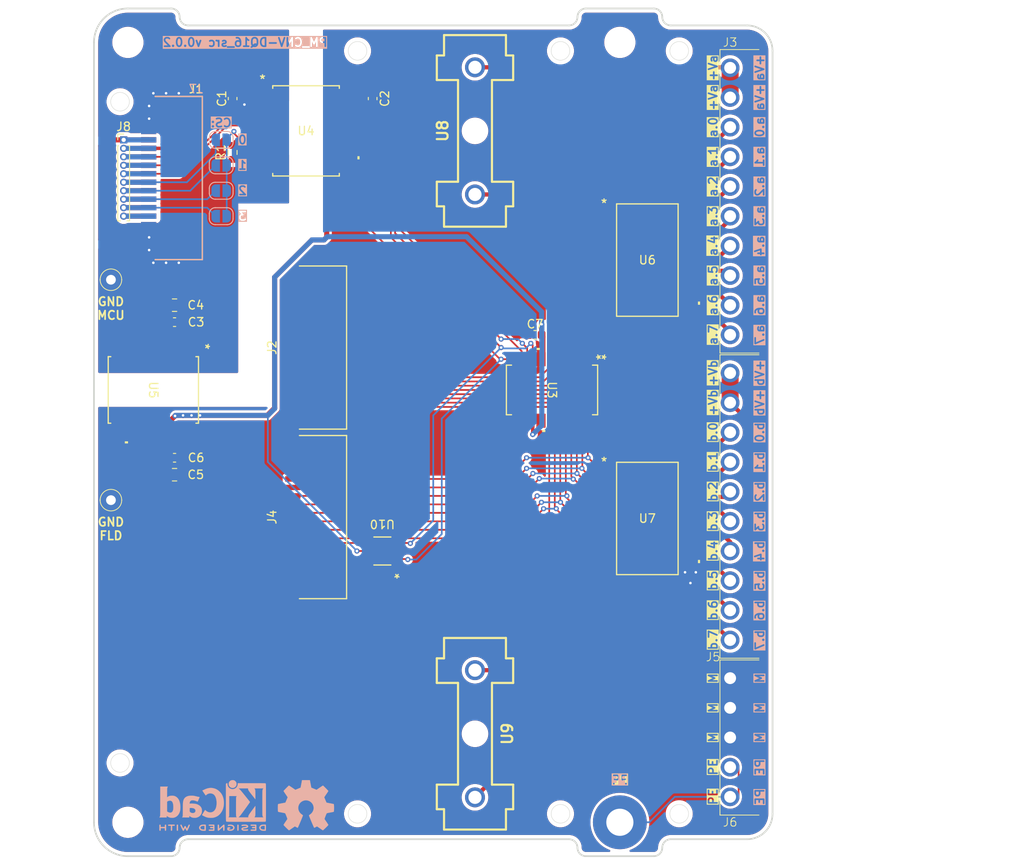
<source format=kicad_pcb>
(kicad_pcb (version 20241229) (generator "pcbnew") (generator_version "9.0")
  (title_block (title "${article} v${version}"))
  (layers (0 "F.Cu" signal) (2 "B.Cu" signal) (13 "F.Paste" user) (15 "B.Paste" user) (5 "F.SilkS" user "F.Silkscreen") (7 "B.SilkS" user "B.Silkscreen") (1 "F.Mask" user) (3 "B.Mask" user) (25 "Edge.Cuts" user))
  (property "article" "PM_CNV-DQ16_src")
  (property "version" "0.0.2")
  (net 0 "")
  (net 1 "/MOSI")
  (net 2 "/CS")
  (net 3 "/MISO")
  (net 4 "GND_MCU")
  (net 5 "/SCK")
  (net 6 "+3.3V_MCU")
  (net 7 "+5V_CNV")
  (net 8 "/CS3")
  (net 9 "/CS0")
  (net 10 "/CS1")
  (net 11 "/CS2")
  (net 14 "+5V_MCU")
  (net 15 "GND_CNV")
  (net 16 "/a.0_in")
  (net 17 "/b.0_in")
  (net 18 "/b.7_in")
  (net 19 "/b.5_in")
  (net 20 "/a.2_in")
  (net 21 "/b.6_in")
  (net 22 "/a.3_in")
  (net 23 "/a.5_in")
  (net 24 "/a.7_in")
  (net 25 "/b.2_in")
  (net 26 "/b.1_in")
  (net 27 "/b.4_in")
  (net 28 "/a.4_in")
  (net 29 "/a.6_in")
  (net 30 "/b.3_in")
  (net 31 "/a.1_in")
  (net 32 "/a.1_out")
  (net 33 "/a.3_out")
  (net 34 "/a.0_out")
  (net 35 "/a.7_out")
  (net 36 "/a.6_out")
  (net 37 "/a.4_out")
  (net 38 "/a.2_out")
  (net 39 "/a.5_out")
  (net 40 "/b.3_out")
  (net 41 "/b.5_out")
  (net 42 "/b.4_out")
  (net 43 "/b.2_out")
  (net 44 "/b.0_out")
  (net 45 "/b.1_out")
  (net 46 "/b.7_out")
  (net 47 "/b.6_out")
  (net 49 "/PE")
  (net 50 "+V_a")
  (net 51 "+V_b")
  (net 52 "Net-(U6-VCC)")
  (net 53 "Net-(U7-VCC)")
  (net 55 "/INT")
  (net 56 "/MISO_LED")
  (net 57 "/CS_LED")
  (net 58 "/MOSI_CNV")
  (net 59 "/MISO_CNV")
  (net 60 "/SCK_CNV")
  (net 61 "/CS_CNV")
  (footprint "kicad_inventree_lib:15EDGRC-3.5-05P" (layer "F.Cu") (at 100 143 90)
    (property "Reference" "J6")
    (property "Value" "15EDGRC-3.5-05P")
  )
  (footprint "kicad_inventree_lib:SOP18-P-375-1p27_TOS-M" (layer "F.Cu") (at 90.24 79.68)
    (property "Reference" "U6")
    (property "Value" "TBD62783AFG")
  )
  (footprint "kicad_inventree_lib:15EDGRC-3.5-10P" (layer "F.Cu") (at 100 124.5 90)
    (property "Reference" "J5")
    (property "Value" "15EDGRC-3.5-10P")
  )
  (footprint "Capacitor_SMD:C_0805_2012Metric" (layer "F.Cu") (at 34.5 105)
    (property "Reference" "C5")
    (property "Value" "10uF")
  )
  (footprint "kicad_inventree_lib:15EDGRC-3.5-10P" (layer "F.Cu") (at 100 88.5 90)
    (property "Reference" "J3")
    (property "Value" "15EDGRC-3.5-10P")
  )
  (footprint "NextPCB:Fuseholder" (layer "F.Cu") (at 69.92 64.44 90)
    (property "Reference" "U8")
    (property "Value" "64900001039" (hide yes))
  )
  (footprint "kicad_inventree_lib:CONN10_AFA07-S12_JUS" (layer "F.Cu") (at 35 70 90)
    (property "Reference" "J1")
    (property "Value" "AFA07-S12FCC-00")
  )
  (footprint "kicad_inventree_lib:PM-ESP32C3_v0.0.5" (layer "F.Cu") (at 25.073729 100)
    (property "Reference" "U1" (hide yes))
    (property "Value" "~" (hide yes))
    (fp_circle (center 3 -39) (end 4.1 -39) (stroke (width 0.05)) (fill no) (layer "Edge.Cuts"))
    (fp_circle (center 3 39) (end 4.1 39) (stroke (width 0.05)) (fill no) (layer "Edge.Cuts"))
    (fp_circle (center 31 -45) (end 32.1 -45) (stroke (width 0.05)) (fill no) (layer "Edge.Cuts"))
    (fp_circle (center 31 45) (end 32.1 45) (stroke (width 0.05)) (fill no) (layer "Edge.Cuts"))
  )
  (footprint "Capacitor_SMD:C_0603_1608Metric" (layer "F.Cu") (at 77 88.5 180)
    (property "Reference" "C7")
    (property "Value" "100nF")
  )
  (footprint "kicad_inventree_lib:DBV6-M" (layer "F.Cu") (at 59 114 180)
    (property "Reference" "U10")
    (property "Value" "SN74LVC2G14DBVR")
  )
  (footprint "Capacitor_SMD:C_0603_1608Metric" (layer "F.Cu") (at 41.345 60.63 -90)
    (property "Reference" "C1")
    (property "Value" "100nF")
  )
  (footprint "MountingHole:MountingHole_3.2mm_M3" (layer "F.Cu") (at 29 146)
    (property "Reference" "H3" (hide yes))
    (property "Value" "MountingHole")
  )
  (footprint "NextPCB:Fuseholder" (layer "F.Cu") (at 69.92 135.56 -90)
    (property "Reference" "U9")
    (property "Value" "64900001039" (hide yes))
  )
  (footprint "kicad_inventree_lib:CONN10_AFA07-S12_JUS" (layer "F.Cu") (at 52 110 90)
    (property "Reference" "J4")
    (property "Value" "AFA07-S12FCC-00")
  )
  (footprint "kicad_inventree_lib:PM_LED-xx-v0.0.1" (layer "F.Cu") (at 90 100)
    (property "Reference" "SP1" (hide yes))
    (property "Value" "~")
    (fp_circle (center -10 -45) (end -8.9 -45) (stroke (width 0.05)) (fill no) (layer "Edge.Cuts"))
    (fp_circle (center -10 45) (end -8.9 45) (stroke (width 0.05)) (fill no) (layer "Edge.Cuts"))
    (fp_circle (center 4 -45) (end 5.1 -45) (stroke (width 0.05)) (fill no) (layer "Edge.Cuts"))
    (fp_circle (center 4 45) (end 5.1 45) (stroke (width 0.05)) (fill no) (layer "Edge.Cuts"))
  )
  (footprint "kicad_inventree_lib:SOP18-P-375-1p27_TOS-M" (layer "F.Cu") (at 90.24 110.16)
    (property "Reference" "U7")
    (property "Value" "TBD62783AFG")
  )
  (footprint "kicad_inventree_lib:5117" (layer "F.Cu") (at 27 82)
    (property "Reference" "U11" (hide yes))
    (property "Value" "5117" (hide yes))
  )
  (footprint "Capacitor_SMD:C_0603_1608Metric" (layer "F.Cu") (at 34.5 87)
    (property "Reference" "C3")
    (property "Value" "100nF")
  )
  (footprint "MountingHole:MountingHole_3.2mm_M3" (layer "F.Cu") (at 29 54)
    (property "Reference" "H2" (hide yes))
    (property "Value" "MountingHole")
  )
  (footprint "kicad_inventree_lib:SSOP28_MC_MCH" (layer "F.Cu") (at 79 95 -90)
    (property "Reference" "U3")
    (property "Value" "MCP23017_SS")
  )
  (footprint "MountingHole:MountingHole_3.2mm_M3" (layer "F.Cu") (at 87 54)
    (property "Reference" "H1" (hide yes))
    (property "Value" "MountingHole")
  )
  (footprint "Capacitor_SMD:C_0805_2012Metric" (layer "F.Cu") (at 34.5 85)
    (property "Reference" "C4")
    (property "Value" "10uF")
  )
  (footprint "kicad_inventree_lib:SOIC16-WBW_CLG-M" (layer "F.Cu") (at 50 64.44)
    (property "Reference" "U4")
    (property "Value" "CA-IS3741HW")
  )
  (footprint "kicad_inventree_lib:CONN10_AFA07-S12_JUS" (layer "F.Cu") (at 52 90 90)
    (property "Reference" "J2")
    (property "Value" "AFA07-S12FCC-00")
  )
  (footprint "Capacitor_SMD:C_0603_1608Metric" (layer "F.Cu") (at 34.5 103)
    (property "Reference" "C6")
    (property "Value" "100nF")
  )
  (footprint "Resistor_SMD:R_0603_1608Metric" (layer "F.Cu") (at 41.345 66.98 90)
    (property "Reference" "R1")
    (property "Value" "10k")
  )
  (footprint "kicad_inventree_lib:SOIC16-WBW_CLG-M" (layer "F.Cu") (at 32 95 -90)
    (property "Reference" "U5")
    (property "Value" "CA-IS3105W")
  )
  (footprint "Connector_PinHeader_1.00mm:PinHeader_1x10_P1.00mm_Vertical" (layer "F.Cu") (at 28.5 65.5)
    (property "Reference" "J8")
    (property "Value" "PinHeader_01x10_P1.00_THT_straight")
  )
  (footprint "Capacitor_SMD:C_0603_1608Metric" (layer "F.Cu") (at 57.855 60.63 -90)
    (property "Reference" "C2")
    (property "Value" "100nF")
  )
  (footprint "kicad_inventree_lib:PE" (layer "F.Cu") (at 87 146)
    (property "Reference" "PE1" (hide yes))
    (property "Value" "PE")
  )
  (footprint "kicad_inventree_lib:5117" (layer "F.Cu") (at 27 108)
    (property "Reference" "U2" (hide yes))
    (property "Value" "5117" (hide yes))
  )
  (footprint "Jumper:SolderJumper-2_P1.3mm_Open_RoundedPad1.0x1.5mm" (layer "B.Cu") (at 40 68.5)
    (property "Reference" "JP2" (hide yes))
    (property "Value" "SolderJumper_2_Open")
  )
  (footprint "Jumper:SolderJumper-2_P1.3mm_Open_RoundedPad1.0x1.5mm" (layer "B.Cu") (at 40 74.5)
    (property "Reference" "JP4" (hide yes))
    (property "Value" "SolderJumper_2_Open")
  )
  (footprint "Jumper:SolderJumper-2_P1.3mm_Open_RoundedPad1.0x1.5mm" (layer "B.Cu") (at 40 65.5)
    (property "Reference" "JP1" (hide yes))
    (property "Value" "SolderJumper_2_Open")
  )
  (footprint "Jumper:SolderJumper-2_P1.3mm_Open_RoundedPad1.0x1.5mm" (layer "B.Cu") (at 40 71.5)
    (property "Reference" "JP3" (hide yes))
    (property "Value" "SolderJumper_2_Open")
  )
  (footprint "kicad_inventree_lib:CONN10_AFA07-S12_JUS" (layer "B.Cu") (at 35 70 -90)
    (property "Reference" "J7")
    (property "Value" "AFA07-S12FCC-00")
  )
  (footprint "Symbol:KiCad-Logo2_5mm_SilkScreen" (layer "B.Cu") (at 39 144 180)
    (property "Reference" "kicad_logo" (hide yes))
    (property "Value" "KiCad-Logo2_5mm_SilkScreen" (hide yes))
  )
  (footprint "Symbol:OSHW-Symbol_6.7x6mm_SilkScreen" (layer "B.Cu") (at 50 144 180)
    (property "Reference" "oshw_logo" (hide yes))
    (property "Value" "OSHW-Symbol_6.7x6mm_SilkScreen" (hide yes))
  )
  (gr_arc (start 92 149) (mid 92.292893 148.292893) (end 93 148) (stroke (width 0.2)) (layer "Edge.Cuts"))
  (gr_arc (start 91 50) (mid 91.707107 50.292893) (end 92 51) (stroke (width 0.2)) (layer "Edge.Cuts"))
  (gr_arc (start 25 54) (mid 26.171573 51.171573) (end 29 50) (stroke (width 0.2)) (layer "Edge.Cuts"))
  (gr_line (start 91 50) (end 83 50) (stroke (width 0.2)) (layer "Edge.Cuts"))
  (gr_arc (start 105 145) (mid 104.12132 147.12132) (end 102 148) (stroke (width 0.2)) (layer "Edge.Cuts"))
  (gr_arc (start 92 149) (mid 91.707107 149.707107) (end 91 150) (stroke (width 0.2)) (layer "Edge.Cuts"))
  (gr_arc (start 29 150) (mid 26.171573 148.828427) (end 25 146) (stroke (width 0.2)) (layer "Edge.Cuts"))
  (gr_line (start 93 148) (end 102 148) (stroke (width 0.2)) (layer "Edge.Cuts"))
  (gr_arc (start 83 150) (mid 82.292893 149.707107) (end 82 149) (stroke (width 0.2)) (layer "Edge.Cuts"))
  (gr_arc (start 102 52) (mid 104.12132 52.87868) (end 105 55) (stroke (width 0.2)) (layer "Edge.Cuts"))
  (gr_line (start 36.1 52) (end 81 52) (stroke (width 0.2)) (layer "Edge.Cuts"))
  (gr_line (start 29 50) (end 34.1 50) (stroke (width 0.2)) (layer "Edge.Cuts"))
  (gr_line (start 29 150) (end 34.1 150) (stroke (width 0.2)) (layer "Edge.Cuts"))
  (gr_line (start 105 55) (end 105 145) (stroke (width 0.2)) (layer "Edge.Cuts"))
  (gr_arc (start 82 51) (mid 82.292893 50.292893) (end 83 50) (stroke (width 0.2)) (layer "Edge.Cuts"))
  (gr_arc (start 93 52) (mid 92.292893 51.707107) (end 92 51) (stroke (width 0.2)) (layer "Edge.Cuts"))
  (gr_arc (start 82 51) (mid 81.707107 51.707107) (end 81 52) (stroke (width 0.2)) (layer "Edge.Cuts"))
  (gr_arc (start 36.1 52) (mid 35.392893 51.707107) (end 35.1 51) (stroke (width 0.2)) (layer "Edge.Cuts"))
  (gr_line (start 102 52) (end 93 52) (stroke (width 0.2)) (layer "Edge.Cuts"))
  (gr_arc (start 34.1 50) (mid 34.807107 50.292893) (end 35.1 51) (stroke (width 0.2)) (layer "Edge.Cuts"))
  (gr_arc (start 35.1 149) (mid 34.807107 149.707107) (end 34.1 150) (stroke (width 0.2)) (layer "Edge.Cuts"))
  (gr_line (start 25 54) (end 25 146) (stroke (width 0.2)) (layer "Edge.Cuts"))
  (gr_line (start 81 148) (end 36.1 148) (stroke (width 0.2)) (layer "Edge.Cuts"))
  (gr_line (start 83 150) (end 91 150) (stroke (width 0.2)) (layer "Edge.Cuts"))
  (gr_arc (start 35.1 149) (mid 35.392893 148.292893) (end 36.1 148) (stroke (width 0.2)) (layer "Edge.Cuts"))
  (gr_arc (start 81 148) (mid 81.707107 148.292893) (end 82 149) (stroke (width 0.2)) (layer "Edge.Cuts"))
  (gr_text "+Va" (at 98 60.5 90) (layer "F.SilkS" knockout) (effects (font (size 1 1) (thickness 0.2) (bold yes))))
  (gr_text "+Vb" (at 98 93 90) (layer "F.SilkS" knockout) (effects (font (size 1 1) (thickness 0.2) (bold yes))))
  (gr_text "a.6" (at 98 85 90) (layer "F.SilkS" knockout) (effects (font (size 1 1) (thickness 0.2) (bold yes))))
  (gr_text "a.3" (at 98 74.5 90) (layer "F.SilkS" knockout) (effects (font (size 1 1) (thickness 0.2) (bold yes))))
  (gr_text "a.4" (at 98 78 90) (layer "F.SilkS" knockout) (effects (font (size 1 1) (thickness 0.2) (bold yes))))
  (gr_text "+Va" (at 98 57 90) (layer "F.SilkS" knockout) (effects (font (size 1 1) (thickness 0.2) (bold yes))))
  (gr_text "PE" (at 98 143 90) (layer "F.SilkS" knockout) (effects (font (size 1 1) (thickness 0.2) (bold yes))))
  (gr_text "M" (at 98 129 90) (layer "F.SilkS" knockout) (effects (font (size 1 1) (thickness 0.2) (bold yes))))
  (gr_text "M" (at 98 132.5 90) (layer "F.SilkS" knockout) (effects (font (size 1 1) (thickness 0.2) (bold yes))))
  (gr_text "a.7" (at 98 88.5 90) (layer "F.SilkS" knockout) (effects (font (size 1 1) (thickness 0.2) (bold yes))))
  (gr_text "b.7" (at 98 124.5 90) (layer "F.SilkS" knockout) (effects (font (size 1 1) (thickness 0.2) (bold yes))))
  (gr_text "b.3" (at 98 110.5 90) (layer "F.SilkS" knockout) (effects (font (size 1 1) (thickness 0.2) (bold yes))))
  (gr_text "PE" (at 98 139.5 90) (layer "F.SilkS" knockout) (effects (font (size 1 1) (thickness 0.2) (bold yes))))
  (gr_text "b.4" (at 98 114 90) (layer "F.SilkS" knockout) (effects (font (size 1 1) (thickness 0.2) (bold yes))))
  (gr_text "a.0" (at 98 64 90) (layer "F.SilkS" knockout) (effects (font (size 1 1) (thickness 0.2) (bold yes))))
  (gr_text "PE" (at 87 141 0) (layer "F.SilkS" knockout) (effects (font (size 1 1) (thickness 0.2) (bold yes))))
  (gr_text "a.1" (at 98 67.5 90) (layer "F.SilkS" knockout) (effects (font (size 1 1) (thickness 0.2) (bold yes))))
  (gr_text "a.2" (at 98 71 90) (layer "F.SilkS" knockout) (effects (font (size 1 1) (thickness 0.2) (bold yes))))
  (gr_text "b.2" (at 98 107 90) (layer "F.SilkS" knockout) (effects (font (size 1 1) (thickness 0.2) (bold yes))))
  (gr_text "a.5" (at 98 81.5 90) (layer "F.SilkS" knockout) (effects (font (size 1 1) (thickness 0.2) (bold yes))))
  (gr_text "b.5" (at 98 117.5 90) (layer "F.SilkS" knockout) (effects (font (size 1 1) (thickness 0.2) (bold yes))))
  (gr_text "M" (at 98 136 90) (layer "F.SilkS" knockout) (effects (font (size 1 1) (thickness 0.2) (bold yes))))
  (gr_text "+Vb" (at 98 96.5 90) (layer "F.SilkS" knockout) (effects (font (size 1 1) (thickness 0.2) (bold yes))))
  (gr_text "GND\nMCU" (at 27 84 0) (layer "F.SilkS") (effects (font (size 1 1) (thickness 0.2)) (justify top)))
  (gr_text "b.0" (at 98 100 90) (layer "F.SilkS" knockout) (effects (font (size 1 1) (thickness 0.2) (bold yes))))
  (gr_text "GND\nFLD" (at 27 110 0) (layer "F.SilkS") (effects (font (size 1 1) (thickness 0.2)) (justify top)))
  (gr_text "b.1" (at 98 103.5 90) (layer "F.SilkS" knockout) (effects (font (size 1 1) (thickness 0.2) (bold yes))))
  (gr_text "b.6" (at 98 121 90) (layer "F.SilkS" knockout) (effects (font (size 1 1) (thickness 0.2) (bold yes))))
  (gr_text "+Va" (at 103.5 60.5 90) (layer "B.SilkS" knockout) (effects (font (size 1 1) (thickness 0.2) (bold yes)) (justify mirror)))
  (gr_text "a.6" (at 103.5 85 90) (layer "B.SilkS" knockout) (effects (font (size 1 1) (thickness 0.2) (bold yes)) (justify mirror)))
  (gr_text "a.4" (at 103.5 78 90) (layer "B.SilkS" knockout) (effects (font (size 1 1) (thickness 0.2) (bold yes)) (justify mirror)))
  (gr_text "2" (at 42.5 71.5 0) (layer "B.SilkS" knockout) (effects (font (size 1 1) (thickness 0.2) (bold yes)) (justify mirror)))
  (gr_text "a.0" (at 103.5 64 90) (layer "B.SilkS" knockout) (effects (font (size 1 1) (thickness 0.2) (bold yes)) (justify mirror)))
  (gr_text "b.1" (at 103.5 103.5 90) (layer "B.SilkS" knockout) (effects (font (size 1 1) (thickness 0.2) (bold yes)) (justify mirror)))
  (gr_text "+Va" (at 103.5 57 90) (layer "B.SilkS" knockout) (effects (font (size 1 1) (thickness 0.2) (bold yes)) (justify mirror)))
  (gr_text "M" (at 103.5 129 90) (layer "B.SilkS" knockout) (effects (font (size 1 1) (thickness 0.2) (bold yes)) (justify mirror)))
  (gr_text "M" (at 103.5 136 90) (layer "B.SilkS" knockout) (effects (font (size 1 1) (thickness 0.2) (bold yes)) (justify mirror)))
  (gr_text "CS:" (at 40 63.5 0) (layer "B.SilkS" knockout) (effects (font (size 1 1) (thickness 0.2) (bold yes)) (justify mirror)))
  (gr_text "3" (at 42.5 74.5 0) (layer "B.SilkS" knockout) (effects (font (size 1 1) (thickness 0.2) (bold yes)) (justify mirror)))
  (gr_text "+Vb" (at 103.5 93 90) (layer "B.SilkS" knockout) (effects (font (size 1 1) (thickness 0.2) (bold yes)) (justify mirror)))
  (gr_text "b.5" (at 103.5 117.5 90) (layer "B.SilkS" knockout) (effects (font (size 1 1) (thickness 0.2) (bold yes)) (justify mirror)))
  (gr_text "a.3" (at 103.5 74.5 90) (layer "B.SilkS" knockout) (effects (font (size 1 1) (thickness 0.2) (bold yes)) (justify mirror)))
  (gr_text "b.3" (at 103.5 110.5 90) (layer "B.SilkS" knockout) (effects (font (size 1 1) (thickness 0.2) (bold yes)) (justify mirror)))
  (gr_text "+Vb" (at 103.5 96.5 90) (layer "B.SilkS" knockout) (effects (font (size 1 1) (thickness 0.2) (bold yes)) (justify mirror)))
  (gr_text "b.6" (at 103.5 121 90) (layer "B.SilkS" knockout) (effects (font (size 1 1) (thickness 0.2) (bold yes)) (justify mirror)))
  (gr_text "a.1" (at 103.5 67.5 90) (layer "B.SilkS" knockout) (effects (font (size 1 1) (thickness 0.2) (bold yes)) (justify mirror)))
  (gr_text "b.2" (at 103.5 107 90) (layer "B.SilkS" knockout) (effects (font (size 1 1) (thickness 0.2) (bold yes)) (justify mirror)))
  (gr_text "M" (at 103.5 132.5 90) (layer "B.SilkS" knockout) (effects (font (size 1 1) (thickness 0.2) (bold yes)) (justify mirror)))
  (gr_text "PE" (at 103.5 139.5 90) (layer "B.SilkS" knockout) (effects (font (size 1 1) (thickness 0.2) (bold yes)) (justify mirror)))
  (gr_text "b.7" (at 103.5 124.5 90) (layer "B.SilkS" knockout) (effects (font (size 1 1) (thickness 0.2) (bold yes)) (justify mirror)))
  (gr_text "${article} v${version}" (at 33 54 0) (layer "B.SilkS" knockout) (effects (font (size 1 1) (thickness 0.2) (bold yes)) (justify right mirror)))
  (gr_text "a.2" (at 103.5 71 90) (layer "B.SilkS" knockout) (effects (font (size 1 1) (thickness 0.2) (bold yes)) (justify mirror)))
  (gr_text "a.7" (at 103.5 88.5 90) (layer "B.SilkS" knockout) (effects (font (size 1 1) (thickness 0.2) (bold yes)) (justify mirror)))
  (gr_text "0" (at 42.5 65.5 0) (layer "B.SilkS" knockout) (effects (font (size 1 1) (thickness 0.2) (bold yes)) (justify mirror)))
  (gr_text "1" (at 42.5 68.5 0) (layer "B.SilkS" knockout) (effects (font (size 1 1) (thickness 0.2) (bold yes)) (justify mirror)))
  (gr_text "PE" (at 103.5 143 90) (layer "B.SilkS" knockout) (effects (font (size 1 1) (thickness 0.2) (bold yes)) (justify mirror)))
  (gr_text "b.4" (at 103.5 114 90) (layer "B.SilkS" knockout) (effects (font (size 1 1) (thickness 0.2) (bold yes)) (justify mirror)))
  (gr_text "PE" (at 87 141 -0) (layer "B.SilkS" knockout) (effects (font (size 1 1) (thickness 0.2) (bold yes)) (justify mirror)))
  (gr_text "b.0" (at 103.5 100 90) (layer "B.SilkS" knockout) (effects (font (size 1 1) (thickness 0.2) (bold yes)) (justify mirror)))
  (gr_text "a.5" (at 103.5 81.5 90) (layer "B.SilkS" knockout) (effects (font (size 1 1) (thickness 0.2) (bold yes)) (justify mirror)))
  (segment (start 44.7232 62.535) (end 39.9492 62.535) (width 0.2) (layer "F.Cu") (net 1))
  (segment (start 30.9109 67.5) (end 32.444 67.5) (width 0.2) (layer "F.Cu") (net 1))
  (segment (start 34.9842 67.5) (end 32.444 67.5) (width 0.2) (layer "F.Cu") (net 1))
  (segment (start 28.500002 67.500002) (end 28.5 67.5) (width 0.6) (layer "F.Cu") (net 1))
  (segment (start 31.444 67.500002) (end 28.500002 67.500002) (width 0.6) (layer "F.Cu") (net 1))
  (segment (start 39.9492 62.535) (end 34.9842 67.5) (width 0.2) (layer "F.Cu") (net 1))
  (segment (start 31.443998 67.5) (end 31.444 67.500002) (width 0.6) (layer "B.Cu") (net 1))
  (segment (start 28.5 67.5) (end 31.443998 67.5) (width 0.6) (layer "B.Cu") (net 1))
  (segment (start 41.5 64.5) (end 41.5 64.7297) (width 0.2) (layer "F.Cu") (net 2))
  (segment (start 41.5 64.7297) (end 42 65.2297) (width 0.2) (layer "F.Cu") (net 2))
  (segment (start 42 65.2297) (end 41.345 65.8847) (width 0.2) (layer "F.Cu") (net 2))
  (segment (start 43.3397 65.2297) (end 43.4944 65.075) (width 0.2) (layer "F.Cu") (net 2))
  (segment (start 44.7232 65.075) (end 43.4944 65.075) (width 0.2) (layer "F.Cu") (net 2))
  (segment (start 41.345 65.8847) (end 41.345 66.155) (width 0.2) (layer "F.Cu") (net 2))
  (segment (start 42 65.2297) (end 43.3397 65.2297) (width 0.2) (layer "F.Cu") (net 2))
  (via (at 41.5 64.5) (size 0.6) (drill 0.3) (layers "F.Cu" "B.Cu") (net 2))
  (segment (start 40.65 65.35) (end 41.5 64.5) (width 0.2) (layer "B.Cu") (net 2))
  (segment (start 40.65 74.5) (end 40.65 71.5) (width 0.2) (layer "B.Cu") (net 2))
  (segment (start 40.65 68.5) (end 40.65 71.5) (width 0.2) (layer "B.Cu") (net 2))
  (segment (start 40.65 65.5) (end 40.65 68.5) (width 0.2) (layer "B.Cu") (net 2))
  (segment (start 40.65 71.85) (end 40.54 71.96) (width 0.2) (layer "B.Cu") (net 2))
  (segment (start 40.54 71.96) (end 40.65 71.96) (width 0.2) (layer "B.Cu") (net 2))
  (segment (start 40.65 71.5) (end 40.65 71.85) (width 0.2) (layer "B.Cu") (net 2))
  (segment (start 40.65 65.5) (end 40.65 65.35) (width 0.2) (layer "B.Cu") (net 2))
  (segment (start 46.5 65.4666) (end 45.6216 66.345) (width 0.2) (layer "F.Cu") (net 3))
  (segment (start 45.6216 66.345) (end 45.1232 66.345) (width 0.2) (layer "F.Cu") (net 3))
  (segment (start 46.0763 63.0763) (end 46.5 63.5) (width 0.2) (layer "F.Cu") (net 3))
  (segment (start 40.845514 63.0763) (end 46.0763 63.0763) (width 0.2) (layer "F.Cu") (net 3))
  (segment (start 31.444 68.5) (end 35.421814 68.5) (width 0.2) (layer "F.Cu") (net 3))
  (segment (start 35.421814 68.5) (end 40.845514 63.0763) (width 0.2) (layer "F.Cu") (net 3))
  (segment (start 46.5 63.5) (end 46.5 65.4666) (width 0.2) (layer "F.Cu") (net 3))
  (segment (start 28.5 68.5) (end 31.444 68.5) (width 0.6) (layer "F.Cu") (net 3))
  (segment (start 31.444 68.5) (end 28.5 68.5) (width 0.6) (layer "B.Cu") (net 3))
  (via (at 33.5 60) (size 0.6) (drill 0.3) (layers "F.Cu" "B.Cu") (net 4))
  (via (at 32 80) (size 0.6) (drill 0.3) (layers "F.Cu" "B.Cu") (net 4))
  (via (at 35 80) (size 0.6) (drill 0.3) (layers "F.Cu" "B.Cu") (net 4))
  (via (at 33.5 80) (size 0.6) (drill 0.3) (layers "F.Cu" "B.Cu") (net 4))
  (via (at 42.735736 61.335709) (size 0.6) (drill 0.3) (layers "F.Cu" "B.Cu") (net 4))
  (via (at 32 60) (size 0.6) (drill 0.3) (layers "F.Cu" "B.Cu") (net 4))
  (via (at 31.5 77) (size 0.6) (drill 0.3) (layers "F.Cu" "B.Cu") (net 4))
  (via (at 31.5 61.5) (size 0.6) (drill 0.3) (layers "F.Cu" "B.Cu") (net 4))
  (via (at 35 60) (size 0.6) (drill 0.3) (layers "F.Cu" "B.Cu") (net 4))
  (via (at 31.5 78.5) (size 0.6) (drill 0.3) (layers "F.Cu" "B.Cu") (net 4))
  (via (at 31.5 63) (size 0.6) (drill 0.3) (layers "F.Cu" "B.Cu") (net 4))
  (segment (start 34.9875 69.5) (end 32.444 69.5) (width 0.2) (layer "F.Cu") (net 5))
  (segment (start 40.6825 63.805) (end 35.3705 69.117) (width 0.2) (layer "F.Cu") (net 5))
  (segment (start 44.7232 63.805) (end 40.6825 63.805) (width 0.2) (layer "F.Cu") (net 5))
  (segment (start 35.3705 69.117) (end 34.9875 69.5) (width 0.2) (layer "F.Cu") (net 5))
  (segment (start 31.444 69.5) (end 28.5 69.5) (width 0.6) (layer "F.Cu") (net 5))
  (segment (start 28.5 69.5) (end 31.444 69.5) (width 0.6) (layer "B.Cu") (net 5))
  (segment (start 31.444 66.500004) (end 34.699996 66.500004) (width 0.4) (layer "F.Cu") (net 6))
  (segment (start 41.345 59.855) (end 44.9832 59.855) (width 0.4) (layer "F.Cu") (net 6))
  (segment (start 45.809 59.995) (end 47.5 61.686) (width 0.4) (layer "F.Cu") (net 6))
  (segment (start 34.699996 66.500004) (end 41.345 59.855) (width 0.4) (layer "F.Cu") (net 6))
  (segment (start 44.9832 59.855) (end 45.1232 59.995) (width 0.4) (layer "F.Cu") (net 6))
  (segment (start 31.2406 66.5) (end 31.2406 66.3116) (width 0.2) (layer "F.Cu") (net 6))
  (segment (start 31.8423 66.5) (end 31.2406 66.5) (width 0.2) (layer "F.Cu") (net 6))
  (segment (start 41.485 59.995) (end 41.345 59.855) (width 0.2) (layer "F.Cu") (net 6))
  (segment (start 47.5 61.686) (end 47.5 66.5) (width 0.4) (layer "F.Cu") (net 6))
  (segment (start 28.500004 66.500004) (end 28.5 66.5) (width 0.6) (layer "F.Cu") (net 6))
  (segment (start 46.385 67.615) (end 45.1232 67.615) (width 0.4) (layer "F.Cu") (net 6))
  (segment (start 41.535 67.615) (end 41.345 67.805) (width 0.4) (layer "F.Cu") (net 6))
  (segment (start 47.5 66.5) (end 46.385 67.615) (width 0.4) (layer "F.Cu") (net 6))
  (segment (start 45.1232 59.995) (end 45.809 59.995) (width 0.4) (layer "F.Cu") (net 6))
  (segment (start 45.1232 67.615) (end 41.535 67.615) (width 0.4) (layer "F.Cu") (net 6))
  (segment (start 31.444 66.500004) (end 28.500004 66.500004) (width 0.6) (layer "F.Cu") (net 6))
  (segment (start 44.7232 59.995) (end 45.395 59.995) (width 0.2) (layer "F.Cu") (net 6))
  (segment (start 31.444 66.500004) (end 28.500004 66.500004) (width 0.6) (layer "B.Cu") (net 6))
  (segment (start 28.500004 66.500004) (end 28.5 66.5) (width 0.6) (layer "B.Cu") (net 6))
  (segment (start 33.905 99.8768) (end 33.905 102.82) (width 0.6) (layer "F.Cu") (net 7))
  (segment (start 33.725 103) (end 33.725 104.825) (width 0.6) (layer "F.Cu") (net 7))
  (segment (start 57.53315 114) (end 56 114) (width 0.2) (layer "F.Cu") (net 7))
  (segment (start 52.44 76.984264) (end 52.44 67.5) (width 0.6) (layer "F.Cu") (net 7))
  (segment (start 78.025001 88.750001) (end 77.775 88.5) (width 0.4) (layer "F.Cu") (net 7))
  (segment (start 52.44 61.1334) (end 53.5784 59.995) (width 0.6) (layer "F.Cu") (net 7))
  (segment (start 32.455 99.7968) (end 33.725 99.7968) (width 0.6) (layer "F.Cu") (net 7))
  (segment (start 37.5 98) (end 45.424264 98) (width 0.6) (layer "F.Cu") (net 7))
  (segment (start 52.44 67.5) (end 52.44 61.1334) (width 0.6) (layer "F.Cu") (net 7))
  (segment (start 33.725 99.7968) (end 33.725 98.8984) (width 0.6) (layer "F.Cu") (net 7))
  (segment (start 54.4768 67.615) (end 52.555 67.615) (width 0.6) (layer "F.Cu") (net 7))
  (segment (start 45.424264 98) (end 46.3 97.124264) (width 0.6) (layer "F.Cu") (net 7))
  (segment (start 33.905 102.82) (end 33.725 103) (width 0.6) (layer "F.Cu") (net 7))
  (segment (start 77.775 87.25) (end 77.775 88.5) (width 0.6) (layer "F.Cu") (net 7))
  (segment (start 33.725 98.8984) (end 34.5617 98.0617) (width 0.6) (layer "F.Cu") (net 7))
  (segment (start 52.124264 77.3) (end 52.44 76.984264) (width 0.6) (layer "F.Cu") (net 7))
  (segment (start 54.8768 59.995) (end 57.715 59.995) (width 0.6) (layer "F.Cu") (net 7))
  (segment (start 57.715 59.995) (end 57.855 59.855) (width 0.6) (layer "F.Cu") (net 7))
  (segment (start 33.725 103.035) (end 33.585 103.175) (width 0.6) (layer "F.Cu") (net 7))
  (segment (start 53.5784 59.995) (end 54.8768 59.995) (width 0.6) (layer "F.Cu") (net 7))
  (segment (start 35.5 98) (end 36.5 98) (width 0.6) (layer "F.Cu") (net 7))
  (segment (start 76.725001 100.25) (end 76.725001 98.627801) (width 0.4) (layer "F.Cu") (net 7))
  (segment (start 50.7 77.3) (end 52.124264 77.3) (width 0.6) (layer "F.Cu") (net 7))
  (segment (start 46.3 81.7) (end 50.7 77.3) (width 0.6) (layer "F.Cu") (net 7))
  (segment (start 34.6234 98) (end 35.5 98) (width 0.6) (layer "F.Cu") (net 7))
  (segment (start 36.5 98) (end 37.5 98) (width 0.6) (layer "F.Cu") (net 7))
  (segment (start 33.725 104.825) (end 33.55 105) (width 0.6) (layer "F.Cu") (net 7))
  (segment (start 34.5617 98.0617) (end 34.6234 98) (width 0.6) (layer "F.Cu") (net 7))
  (segment (start 52.555 67.615) (end 52.44 67.5) (width 0.6) (layer "F.Cu") (net 7))
  (segment (start 46.3 97.124264) (end 46.3 81.7) (width 0.6) (layer "F.Cu") (net 7))
  (segment (start 78.025001 91.372199) (end 78.025001 88.750001) (width 0.4) (layer "F.Cu") (net 7))
  (via (at 77.775 87.25) (size 0.6) (drill 0.3) (layers "F.Cu" "B.Cu") (net 7))
  (via (at 35.5 98) (size 0.6) (drill 0.3) (layers "F.Cu" "B.Cu") (net 7))
  (via (at 36.5 98) (size 0.6) (drill 0.3) (layers "F.Cu" "B.Cu") (net 7))
  (via (at 34.5617 98.0617) (size 0.6) (drill 0.3) (layers "F.Cu" "B.Cu") (net 7))
  (via (at 76.725001 100.25) (size 0.6) (drill 0.3) (layers "F.Cu" "B.Cu") (net 7))
  (via (at 56 114) (size 0.6) (drill 0.3) (layers "F.Cu" "B.Cu") (net 7))
  (via (at 37.5 98) (size 0.6) (drill 0.3) (layers "F.Cu" "B.Cu") (net 7))
  (segment (start 52.124264 77.3) (end 52.5 76.924264) (width 0.6) (layer "B.Cu") (net 7))
  (segment (start 46.3 81.7) (end 50.7 77.3) (width 0.6) (layer "B.Cu") (net 7))
  (segment (start 77.775 87.25) (end 77.775 85.775) (width 0.6) (layer "B.Cu") (net 7))
  (segment (start 45.5 103.5) (end 45.5 98) (width 0.2) (layer "B.Cu") (net 7))
  (segment (start 34.6234 98) (end 45.5 98) (width 0.6) (layer "B.Cu") (net 7))
  (segment (start 77.8 87.275) (end 77.775 87.25) (width 0.6) (layer "B.Cu") (net 7))
  (segment (start 68.924264 76.924264) (end 52.5 76.924264) (width 0.6) (layer "B.Cu") (net 7))
  (segment (start 76.725001 100.25) (end 77.8 99.175001) (width 0.6) (layer "B.Cu") (net 7))
  (segment (start 77.775 85.775) (end 68.924264 76.924264) (width 0.6) (layer "B.Cu") (net 7))
  (segment (start 45.5 98) (end 46.3 97.2) (width 0.6) (layer "B.Cu") (net 7))
  (segment (start 50.7 77.3) (end 52.124264 77.3) (width 0.6) (layer "B.Cu") (net 7))
  (segment (start 77.8 99.175001) (end 77.8 87.275) (width 0.6) (layer "B.Cu") (net 7))
  (segment (start 34.5617 98.0617) (end 34.6234 98) (width 0.6) (layer "B.Cu") (net 7))
  (segment (start 56 114) (end 45.5 103.5) (width 0.2) (layer "B.Cu") (net 7))
  (segment (start 46.3 97.2) (end 46.3 81.7) (width 0.6) (layer "B.Cu") (net 7))
  (segment (start 31.443996 73.5) (end 31.444 73.499996) (width 0.6) (layer "F.Cu") (net 8))
  (segment (start 28.5 73.5) (end 31.443996 73.5) (width 0.6) (layer "F.Cu") (net 8))
  (segment (start 38.349996 73.499996) (end 39.35 74.5) (width 0.2) (layer "B.Cu") (net 8))
  (segment (start 31.444 73.499996) (end 38.349996 73.499996) (width 0.2) (layer "B.Cu") (net 8))
  (segment (start 31.443996 73.5) (end 31.444 73.499996) (width 0.6) (layer "B.Cu") (net 8))
  (segment (start 28.5 73.5) (end 31.443996 73.5) (width 0.6) (layer "B.Cu") (net 8))
  (segment (start 31.2406 70.5836) (end 31.2406 70.5) (width 0.2) (layer "F.Cu") (net 9))
  (segment (start 28.5 70.5) (end 31.444 70.5) (width 0.6) (layer "F.Cu") (net 9))
  (segment (start 39.35 67.106123) (end 39.35 65.5) (width 0.2) (layer "B.Cu") (net 9))
  (segment (start 31.444 70.5) (end 28.5 70.5) (width 0.6) (layer "B.Cu") (net 9))
  (segment (start 31.444 70.5) (end 35.956123 70.5) (width 0.2) (layer "B.Cu") (net 9))
  (segment (start 35.956123 70.5) (end 39.35 67.106123) (width 0.2) (layer "B.Cu") (net 9))
  (segment (start 28.5 71.5) (end 31.444 71.5) (width 0.6) (layer "F.Cu") (net 10))
  (segment (start 28.5 71.5) (end 31.444 71.5) (width 0.6) (layer "B.Cu") (net 10))
  (segment (start 36.35 71.5) (end 31.444 71.5) (width 0.2) (layer "B.Cu") (net 10))
  (segment (start 39.35 68.5) (end 36.35 71.5) (width 0.2) (layer "B.Cu") (net 10))
  (segment (start 31.1451 71.5955) (end 31.2406 71.5) (width 0.2) (layer "B.Cu") (net 10))
  (segment (start 31.9432 71.5) (end 31.2406 71.5) (width 0.2) (layer "B.Cu") (net 10))
  (segment (start 31.443998 72.5) (end 31.444 72.499998) (width 0.6) (layer "F.Cu") (net 11))
  (segment (start 28.5 72.5) (end 31.443998 72.5) (width 0.6) (layer "F.Cu") (net 11))
  (segment (start 28.500002 72.499998) (end 28.5 72.5) (width 0.6) (layer "B.Cu") (net 11))
  (segment (start 31.444 72.499998) (end 28.500002 72.499998) (width 0.6) (layer "B.Cu") (net 11))
  (segment (start 31.444 72.499998) (end 38.350002 72.499998) (width 0.2) (layer "B.Cu") (net 11))
  (segment (start 38.350002 72.499998) (end 39.35 71.5) (width 0.2) (layer "B.Cu") (net 11))
  (segment (start 36.0161 88.6161) (end 33.9689 88.6161) (width 0.6) (layer "F.Cu") (net 14))
  (segment (start 33.9689 88.6161) (end 33.9689 90.0593) (width 0.6) (layer "F.Cu") (net 14))
  (segment (start 33.55 86.825) (end 33.725 87) (width 0.6) (layer "F.Cu") (net 14))
  (segment (start 28.5 65.5) (end 26.5 65.5) (width 0.6) (layer "F.Cu") (net 14))
  (segment (start 33.9689 90.0593) (end 33.905 90.1232) (width 0.6) (layer "F.Cu") (net 14))
  (segment (start 33.725 87) (end 33.725 88.3722) (width 0.6) (layer "F.Cu") (net 14))
  (segment (start 25.8 77.25) (end 33.55 85) (width 0.6) (layer "F.Cu") (net 14))
  (segment (start 31.444 65.500006) (end 28.500006 65.500006) (width 0.6) (layer "F.Cu") (net 14))
  (segment (start 33.55 85) (end 33.55 86.825) (width 0.6) (layer "F.Cu") (net 14))
  (segment (start 36.445 89.045) (end 36.0161 88.6161) (width 0.6) (layer "F.Cu") (net 14))
  (segment (start 28.500006 65.500006) (end 28.5 65.5) (width 0.6) (layer "F.Cu") (net 14))
  (segment (start 36.445 90.1232) (end 36.445 89.045) (width 0.6) (layer "F.Cu") (net 14))
  (segment (start 26.5 65.5) (end 25.8 66.2) (width 0.6) (layer "F.Cu") (net 14))
  (segment (start 25.8 66.2) (end 25.8 77.25) (width 0.6) (layer "F.Cu") (net 14))
  (segment (start 33.725 88.3722) (end 33.9689 88.6161) (width 0.6) (layer "F.Cu") (net 14))
  (segment (start 31.443994 65.5) (end 31.444 65.500006) (width 0.6) (layer "B.Cu") (net 14))
  (segment (start 28.5 65.5) (end 31.443994 65.5) (width 0.6) (layer "B.Cu") (net 14))
  (via (at 94.685 116.51) (size 0.6) (drill 0.3) (layers "F.Cu" "B.Cu") (net 15))
  (via (at 95.955 116.51) (size 0.6) (drill 0.3) (layers "F.Cu" "B.Cu") (net 15))
  (via (at 95.32 117.78) (size 0.6) (drill 0.3) (layers "F.Cu" "B.Cu") (net 15))
  (segment (start 78.675002 91.372199) (end 78.675002 80.9008) (width 0.2) (layer "F.Cu") (net 16))
  (segment (start 56.500006 85.500006) (end 48.444 85.500006) (width 0.2) (layer "F.Cu") (net 16))
  (segment (start 78.675002 92.3659) (end 77.540902 93.5) (width 0.2) (layer "F.Cu") (net 16))
  (segment (start 64.5 93.5) (end 56.500006 85.500006) (width 0.2) (layer "F.Cu") (net 16))
  (segment (start 77.540902 93.5) (end 64.5 93.5) (width 0.2) (layer "F.Cu") (net 16))
  (segment (start 78.675002 91.372199) (end 78.675002 92.3659) (width 0.2) (layer "F.Cu") (net 16))
  (segment (start 84.975802 74.6) (end 85.389202 74.6) (width 0.2) (layer "F.Cu") (net 16))
  (segment (start 78.675002 80.9008) (end 84.975802 74.6) (width 0.2) (layer "F.Cu") (net 16))
  (segment (start 83.225 102.945399) (end 85.359601 105.08) (width 0.2) (layer "F.Cu") (net 17))
  (segment (start 73.499994 105.500006) (end 48.444 105.500006) (width 0.2) (layer "F.Cu") (net 17))
  (segment (start 85.359601 105.08) (end 85.389202 105.08) (width 0.2) (layer "F.Cu") (net 17))
  (segment (start 76 103) (end 73.499994 105.500006) (width 0.2) (layer "F.Cu") (net 17))
  (segment (start 83.225 98.627801) (end 83.225 102.945399) (width 0.2) (layer "F.Cu") (net 17))
  (via (at 76 103) (size 0.6) (drill 0.3) (layers "F.Cu" "B.Cu") (net 17))
  (via (at 83.25 103) (size 0.6) (drill 0.3) (layers "F.Cu" "B.Cu") (net 17))
  (segment (start 76 103) (end 83.25 103) (width 0.2) (layer "B.Cu") (net 17))
  (segment (start 82.97 113.97) (end 85.389202 113.97) (width 0.2) (layer "F.Cu") (net 18))
  (segment (start 48.444 112.499998) (end 75.85 112.499998) (width 0.2) (layer "F.Cu") (net 18))
  (segment (start 78.674999 109.674999) (end 82.97 113.97) (width 0.2) (layer "F.Cu") (net 18))
  (segment (start 75.85 112.499998) (end 78.674999 109.674999) (width 0.2) (layer "F.Cu") (net 18))
  (segment (start 78.674999 98.627801) (end 78.674999 109.674999) (width 0.2) (layer "F.Cu") (net 18))
  (segment (start 48.444 110.5) (end 75.5 110.5) (width 0.2) (layer "F.Cu") (net 19))
  (segment (start 75.5 110.5) (end 77.75 108.25) (width 0.2) (layer "F.Cu") (net 19))
  (segment (start 79.974999 108.224999) (end 80.5 108.75) (width 0.2) (layer "F.Cu") (net 19))
  (segment (start 80.5 108.75) (end 83.18 111.43) (width 0.2) (layer "F.Cu") (net 19))
  (segment (start 83.18 111.43) (end 85.389202 111.43) (width 0.2) (layer "F.Cu") (net 19))
  (segment (start 79.974999 98.627801) (end 79.974999 108.224999) (width 0.2) (layer "F.Cu") (net 19))
  (via (at 77.75 108.25) (size 0.6) (drill 0.3) (layers "F.Cu" "B.Cu") (net 19))
  (via (at 80 108.25) (size 0.6) (drill 0.3) (layers "F.Cu" "B.Cu") (net 19))
  (segment (start 77.75 108.25) (end 80 108.25) (width 0.2) (layer "B.Cu") (net 19))
  (segment (start 48.444 87.500002) (end 56.250002 87.500002) (width 0.2) (layer "F.Cu") (net 20))
  (segment (start 79.974999 91.372199) (end 80 91.347198) (width 0.2) (layer "F.Cu") (net 20))
  (segment (start 84.975802 77.14) (end 85.389202 77.14) (width 0.2) (layer "F.Cu") (net 20))
  (segment (start 78.5 94.5) (end 79.974999 93.025001) (width 0.2) (layer "F.Cu") (net 20))
  (segment (start 80 91.347198) (end 80 82.115802) (width 0.2) (layer "F.Cu") (net 20))
  (segment (start 80 82.115802) (end 84.975802 77.14) (width 0.2) (layer "F.Cu") (net 20))
  (segment (start 79.974999 93.025001) (end 79.974999 91.372199) (width 0.2) (layer "F.Cu") (net 20))
  (segment (start 63.25 94.5) (end 78.5 94.5) (width 0.2) (layer "F.Cu") (net 20))
  (segment (start 56.250002 87.500002) (end 63.25 94.5) (width 0.2) (layer "F.Cu") (net 20))
  (segment (start 48.444 111.5) (end 75.511932 111.5) (width 0.2) (layer "F.Cu") (net 21))
  (segment (start 79.325001 98.627801) (end 79.325001 108.884885) (width 0.2) (layer "F.Cu") (net 21))
  (segment (start 80.470058 110.029942) (end 83.140116 112.7) (width 0.2) (layer "F.Cu") (net 21))
  (segment (start 75.511932 111.5) (end 78.002983 109.008949) (width 0.2) (layer "F.Cu") (net 21))
  (segment (start 79.325001 108.884885) (end 80.470058 110.029942) (width 0.2) (layer "F.Cu") (net 21))
  (segment (start 83.140116 112.7) (end 85.389202 112.7) (width 0.2) (layer "F.Cu") (net 21))
  (via (at 79.5 109) (size 0.6) (drill 0.3) (layers "F.Cu" "B.Cu") (net 21))
  (via (at 78.002983 109.008949) (size 0.6) (drill 0.3) (layers "F.Cu" "B.Cu") (net 21))
  (segment (start 78.002983 109.008949) (end 79.491051 109.008949) (width 0.2) (layer "B.Cu") (net 21))
  (segment (start 79.491051 109.008949) (end 79.5 109) (width 0.2) (layer "B.Cu") (net 21))
  (segment (start 80.625001 91.372199) (end 80.625001 82.541601) (width 0.2) (layer "F.Cu") (net 22))
  (segment (start 48.444 88.5) (end 56.25 88.5) (width 0.2) (layer "F.Cu") (net 22))
  (segment (start 84.756602 78.41) (end 85.389202 78.41) (width 0.2) (layer "F.Cu") (net 22))
  (segment (start 78.565686 95) (end 80.625001 92.940685) (width 0.2) (layer "F.Cu") (net 22))
  (segment (start 62.75 95) (end 78.565686 95) (width 0.2) (layer "F.Cu") (net 22))
  (segment (start 80.625001 82.541601) (end 84.756602 78.41) (width 0.2) (layer "F.Cu") (net 22))
  (segment (start 80.625001 92.940685) (end 80.625001 91.372199) (width 0.2) (layer "F.Cu") (net 22))
  (segment (start 56.25 88.5) (end 62.75 95) (width 0.2) (layer "F.Cu") (net 22))
  (segment (start 78.697057 96) (end 81.925 92.772057) (width 0.2) (layer "F.Cu") (net 23))
  (segment (start 48.444 90.5) (end 56.25 90.5) (width 0.2) (layer "F.Cu") (net 23))
  (segment (start 81.925 83.781602) (end 84.756602 80.95) (width 0.2) (layer "F.Cu") (net 23))
  (segment (start 56.25 90.5) (end 61.75 96) (width 0.2) (layer "F.Cu") (net 23))
  (segment (start 61.75 96) (end 78.697057 96) (width 0.2) (layer "F.Cu") (net 23))
  (segment (start 84.756602 80.95) (end 85.389202 80.95) (width 0.2) (layer "F.Cu") (net 23))
  (segment (start 81.925 92.772057) (end 81.925 91.372199) (width 0.2) (layer "F.Cu") (net 23))
  (segment (start 81.925 91.372199) (end 81.925 83.781602) (width 0.2) (layer "F.Cu") (net 23))
  (segment (start 60.5 97) (end 79.5 97) (width 0.2) (layer "F.Cu") (net 24))
  (segment (start 79.5 97) (end 83.225 93.275) (width 0.2) (layer "F.Cu") (net 24))
  (segment (start 84.331202 83.49) (end 85.389202 83.49) (width 0.2) (layer "F.Cu") (net 24))
  (segment (start 48.444 92.499998) (end 55.999998 92.499998) (width 0.2) (layer "F.Cu") (net 24))
  (segment (start 83.225 84.596202) (end 84.331202 83.49) (width 0.2) (layer "F.Cu") (net 24))
  (segment (start 83.225 91.372199) (end 83.225 84.596202) (width 0.2) (layer "F.Cu") (net 24))
  (segment (start 83.225 93.275) (end 83.225 91.372199) (width 0.2) (layer "F.Cu") (net 24))
  (segment (start 55.999998 92.499998) (end 60.5 97) (width 0.2) (layer "F.Cu") (net 24))
  (segment (start 81.925 98.627801) (end 81.925 104.788398) (width 0.2) (layer "F.Cu") (net 25))
  (segment (start 82.318301 105.181699) (end 84.756602 107.62) (width 0.2) (layer "F.Cu") (net 25))
  (segment (start 84.756602 107.62) (end 85.389202 107.62) (width 0.2) (layer "F.Cu") (net 25))
  (segment (start 81.925 104.788398) (end 82.318301 105.181699) (width 0.2) (layer "F.Cu") (net 25))
  (segment (start 48.444 107.500002) (end 74.099998 107.500002) (width 0.2) (layer "F.Cu") (net 25))
  (segment (start 74.099998 107.500002) (end 76.75 104.85) (width 0.2) (layer "F.Cu") (net 25))
  (via (at 81.945687 104.85) (size 0.6) (drill 0.3) (layers "F.Cu" "B.Cu") (net 25))
  (via (at 76.75 104.85) (size 0.6) (drill 0.3) (layers "F.Cu" "B.Cu") (net 25))
  (segment (start 76.75 104.85) (end 81.945687 104.85) (width 0.2) (layer "B.Cu") (net 25))
  (segment (start 82.574999 98.627801) (end 82.574999 104.324999) (width 0.2) (layer "F.Cu") (net 26))
  (segment (start 82.574999 104.324999) (end 84.6 106.35) (width 0.2) (layer "F.Cu") (net 26))
  (segment (start 84.6 106.35) (end 85.389202 106.35) (width 0.2) (layer "F.Cu") (net 26))
  (segment (start 76 104.25) (end 73.749996 106.500004) (width 0.2) (layer "F.Cu") (net 26))
  (segment (start 73.749996 106.500004) (end 48.444 106.500004) (width 0.2) (layer "F.Cu") (net 26))
  (via (at 82.525 104.25) (size 0.6) (drill 0.3) (layers "F.Cu" "B.Cu") (net 26))
  (via (at 76 104.25) (size 0.6) (drill 0.3) (layers "F.Cu" "B.Cu") (net 26))
  (segment (start 76 104.25) (end 82.525 104.25) (width 0.2) (layer "B.Cu") (net 26))
  (segment (start 80.625001 107.625001) (end 83.16 110.16) (width 0.2) (layer "F.Cu") (net 27))
  (segment (start 80.625001 98.627801) (end 80.625001 107.625001) (width 0.2) (layer "F.Cu") (net 27))
  (segment (start 75.25 109.5) (end 77.25 107.5) (width 0.2) (layer "F.Cu") (net 27))
  (segment (start 48.444 109.5) (end 75.25 109.5) (width 0.2) (layer "F.Cu") (net 27))
  (segment (start 83.16 110.16) (end 85.389202 110.16) (width 0.2) (layer "F.Cu") (net 27))
  (via (at 80.75 107.5) (size 0.6) (drill 0.3) (layers "F.Cu" "B.Cu") (net 27))
  (via (at 77.25 107.5) (size 0.6) (drill 0.3) (layers "F.Cu" "B.Cu") (net 27))
  (segment (start 77.25 107.5) (end 80.75 107.5) (width 0.2) (layer "B.Cu") (net 27))
  (segment (start 78.631371 95.5) (end 81.274999 92.856372) (width 0.2) (layer "F.Cu") (net 28))
  (segment (start 81.274999 92.856372) (end 81.274999 91.372199) (width 0.2) (layer "F.Cu") (net 28))
  (segment (start 84.756602 79.68) (end 85.389202 79.68) (width 0.2) (layer "F.Cu") (net 28))
  (segment (start 56.25 89.5) (end 62.25 95.5) (width 0.2) (layer "F.Cu") (net 28))
  (segment (start 81.274999 83.161603) (end 84.756602 79.68) (width 0.2) (layer "F.Cu") (net 28))
  (segment (start 62.25 95.5) (end 78.631371 95.5) (width 0.2) (layer "F.Cu") (net 28))
  (segment (start 48.444 89.5) (end 56.25 89.5) (width 0.2) (layer "F.Cu") (net 28))
  (segment (start 81.274999 91.372199) (end 81.274999 83.161603) (width 0.2) (layer "F.Cu") (net 28))
  (segment (start 78.762743 96.5) (end 82.574999 92.687744) (width 0.2) (layer "F.Cu") (net 29))
  (segment (start 56 91.5) (end 61 96.5) (width 0.2) (layer "F.Cu") (net 29))
  (segment (start 82.574999 92.687744) (end 82.574999 91.372199) (width 0.2) (layer "F.Cu") (net 29))
  (segment (start 48.444 91.5) (end 56 91.5) (width 0.2) (layer "F.Cu") (net 29))
  (segment (start 82.574999 91.372199) (end 82.574999 84.620803) (width 0.2) (layer "F.Cu") (net 29))
  (segment (start 82.574999 84.620803) (end 84.975802 82.22) (width 0.2) (layer "F.Cu") (net 29))
  (segment (start 84.975802 82.22) (end 85.389202 82.22) (width 0.2) (layer "F.Cu") (net 29))
  (segment (start 61 96.5) (end 78.762743 96.5) (width 0.2) (layer "F.Cu") (net 29))
  (segment (start 74.45 108.5) (end 77.5 105.45) (width 0.2) (layer "F.Cu") (net 30))
  (segment (start 84.975802 108.89) (end 85.389202 108.89) (width 0.2) (layer "F.Cu") (net 30))
  (segment (start 48.444 108.5) (end 74.45 108.5) (width 0.2) (layer "F.Cu") (net 30))
  (segment (start 81.274999 98.627801) (end 81.274999 105.189197) (width 0.2) (layer "F.Cu") (net 30))
  (segment (start 81.274999 105.189197) (end 84.975802 108.89) (width 0.2) (layer "F.Cu") (net 30))
  (via (at 77.5 105.45) (size 0.6) (drill 0.3) (layers "F.Cu" "B.Cu") (net 30))
  (via (at 81.503407 105.516627) (size 0.6) (drill 0.3) (layers "F.Cu" "B.Cu") (net 30))
  (segment (start 81.43678 105.45) (end 81.503407 105.516627) (width 0.2) (layer "B.Cu") (net 30))
  (segment (start 77.5 105.45) (end 81.43678 105.45) (width 0.2) (layer "B.Cu") (net 30))
  (segment (start 56.250004 86.500004) (end 63.75 94) (width 0.2) (layer "F.Cu") (net 31))
  (segment (start 63.75 94) (end 78 94) (width 0.2) (layer "F.Cu") (net 31))
  (segment (start 84.756602 75.87) (end 85.389202 75.87) (width 0.2) (layer "F.Cu") (net 31))
  (segment (start 78 94) (end 79.325001 92.674999) (width 0.2) (layer "F.Cu") (net 31))
  (segment (start 79.325001 91.372199) (end 79.325001 81.301601) (width 0.2) (layer "F.Cu") (net 31))
  (segment (start 79.325001 81.301601) (end 84.756602 75.87) (width 0.2) (layer "F.Cu") (net 31))
  (segment (start 48.444 86.500004) (end 56.250004 86.500004) (width 0.2) (layer "F.Cu") (net 31))
  (segment (start 79.325001 92.674999) (end 79.325001 91.372199) (width 0.2) (layer "F.Cu") (net 31))
  (segment (start 96.598798 75.4754) (end 96.598798 70.901202) (width 0.5) (layer "F.Cu") (net 32))
  (segment (start 96.204198 75.87) (end 96.598798 75.4754) (width 0.5) (layer "F.Cu") (net 32))
  (segment (start 95.090798 75.87) (end 96.204198 75.87) (width 0.5) (layer "F.Cu") (net 32))
  (segment (start 96.598798 70.901202) (end 100 67.5) (width 0.5) (layer "F.Cu") (net 32))
  (segment (start 95.090798 78.41) (end 96.45159 78.41) (width 0.5) (layer "F.Cu") (net 33))
  (segment (start 100 74.86159) (end 100 74.5) (width 0.5) (layer "F.Cu") (net 33))
  (segment (start 96.45159 78.41) (end 100 74.86159) (width 0.5) (layer "F.Cu") (net 33))
  (segment (start 95.090798 68.909202) (end 100 64) (width 0.5) (layer "F.Cu") (net 34))
  (segment (start 95.090798 74.6) (end 95.090798 68.909202) (width 0.5) (layer "F.Cu") (net 34))
  (segment (start 97.86 84.901202) (end 97.86 86.03) (width 0.5) (layer "F.Cu") (net 35))
  (segment (start 97.86 86.03) (end 100 88.17) (width 0.5) (layer "F.Cu") (net 35))
  (segment (start 100 88.17) (end 100 88.5) (width 0.5) (layer "F.Cu") (net 35))
  (segment (start 96.448798 83.49) (end 97.86 84.901202) (width 0.5) (layer "F.Cu") (net 35))
  (segment (start 95.090798 83.49) (end 96.448798 83.49) (width 0.5) (layer "F.Cu") (net 35))
  (segment (start 97.22 82.22) (end 100 85) (width 0.5) (layer "F.Cu") (net 36))
  (segment (start 95.090798 82.22) (end 97.22 82.22) (width 0.5) (layer "F.Cu") (net 36))
  (segment (start 98.32 79.68) (end 100 78) (width 0.5) (layer "F.Cu") (net 37))
  (segment (start 95.090798 79.68) (end 98.32 79.68) (width 0.5) (layer "F.Cu") (net 37))
  (segment (start 96.448798 77.14) (end 98.25 75.338798) (width 0.5) (layer "F.Cu") (net 38))
  (segment (start 95.090798 77.14) (end 96.448798 77.14) (width 0.5) (layer "F.Cu") (net 38))
  (segment (start 98.25 72.75) (end 100 71) (width 0.5) (layer "F.Cu") (net 38))
  (segment (start 98.25 75.338798) (end 98.25 72.75) (width 0.5) (layer "F.Cu") (net 38))
  (segment (start 99.45 80.95) (end 100 81.5) (width 0.5) (layer "F.Cu") (net 39))
  (segment (start 95.090798 80.95) (end 99.45 80.95) (width 0.5) (layer "F.Cu") (net 39))
  (segment (start 98.39 108.89) (end 100 110.5) (width 0.5) (layer "F.Cu") (net 40))
  (segment (start 95.090798 108.89) (end 98.39 108.89) (width 0.5) (layer "F.Cu") (net 40))
  (segment (start 95.955 111.43) (end 98.25 113.725) (width 0.5) (layer "F.Cu") (net 41))
  (segment (start 95.090798 111.43) (end 95.955 111.43) (width 0.5) (layer "F.Cu") (net 41))
  (segment (start 98.25 115.75) (end 100 117.5) (width 0.5) (layer "F.Cu") (net 41))
  (segment (start 98.25 113.725) (end 98.25 115.75) (width 0.5) (layer "F.Cu") (net 41))
  (segment (start 98.25 111.224874) (end 99.275126 112.25) (width 0.5) (layer "F.Cu") (net 42))
  (segment (start 95.090798 110.16) (end 97.225 110.16) (width 0.5) (layer "F.Cu") (net 42))
  (segment (start 98.25 111.185) (end 98.25 111.224874) (width 0.5) (layer "F.Cu") (net 42))
  (segment (start 100 112.935) (end 100 114) (width 0.5) (layer "F.Cu") (net 42))
  (segment (start 99.315 112.25) (end 100 112.935) (width 0.5) (layer "F.Cu") (net 42))
  (segment (start 97.225 110.16) (end 98.25 111.185) (width 0.5) (layer "F.Cu") (net 42))
  (segment (start 99.275126 112.25) (end 99.315 112.25) (width 0.5) (layer "F.Cu") (net 42))
  (segment (start 95.090798 107.62) (end 99.38 107.62) (width 0.5) (layer "F.Cu") (net 43))
  (segment (start 99.38 107.62) (end 100 107) (width 0.5) (layer "F.Cu") (net 43))
  (segment (start 95.090798 105.08) (end 95.090798 104.909202) (width 0.5) (layer "F.Cu") (net 44))
  (segment (start 95.090798 104.909202) (end 100 100) (width 0.5) (layer "F.Cu") (net 44))
  (segment (start 95.090798 106.35) (end 97.15 106.35) (width 0.5) (layer "F.Cu") (net 45))
  (segment (start 97.15 106.35) (end 100 103.5) (width 0.5) (layer "F.Cu") (net 45))
  (segment (start 93.582798 114.3646) (end 93.582798 118.082798) (width 0.5) (layer "F.Cu") (net 46))
  (segment (start 93.582798 118.082798) (end 100 124.5) (width 0.5) (layer "F.Cu") (net 46))
  (segment (start 95.090798 113.97) (end 93.977398 113.97) (width 0.5) (layer "F.Cu") (net 46))
  (segment (start 93.977398 113.97) (end 93.582798 114.3646) (width 0.5) (layer "F.Cu") (net 46))
  (segment (start 97.35 114.097792) (end 97.35 118.35) (width 0.5) (layer "F.Cu") (net 47))
  (segment (start 97.35 118.35) (end 100 121) (width 0.5) (layer "F.Cu") (net 47))
  (segment (start 95.952208 112.7) (end 97.35 114.097792) (width 0.5) (layer "F.Cu") (net 47))
  (segment (start 95.090798 112.7) (end 95.952208 112.7) (width 0.5) (layer "F.Cu") (net 47))
  (segment (start 101 139.5) (end 101 143) (width 0.2) (layer "F.Cu") (net 49))
  (segment (start 93.4767 143) (end 101 143) (width 0.2) (layer "B.Cu") (net 49))
  (segment (start 90.4767 146) (end 93.4767 143) (width 0.2) (layer "B.Cu") (net 49))
  (segment (start 87 146) (end 90.4767 146) (width 0.2) (layer "B.Cu") (net 49))
  (segment (start 100 57) (end 100 60.5) (width 2) (layer "F.Cu") (net 50))
  (segment (start 69.98 57) (end 69.92 56.94) (width 0.5) (layer "F.Cu") (net 50))
  (segment (start 69.92 56.94) (end 99.94 56.94) (width 0.5) (layer "F.Cu") (net 50))
  (segment (start 99.94 56.94) (end 100 57) (width 0.5) (layer "F.Cu") (net 50))
  (segment (start 101.724874 126.25) (end 102.94 125.034874) (width 0.5) (layer "F.Cu") (net 51))
  (segment (start 100 93) (end 100 96.5) (width 2) (layer "F.Cu") (net 51))
  (segment (start 86.73 126.25) (end 101.724874 126.25) (width 0.5) (layer "F.Cu") (net 51))
  (segment (start 102.94 99.44) (end 100 96.5) (width 0.5) (layer "F.Cu") (net 51))
  (segment (start 69.92 143.06) (end 86.73 126.25) (width 0.5) (layer "F.Cu") (net 51))
  (segment (start 102.94 125.034874) (end 102.94 99.44) (width 0.5) (layer "F.Cu") (net 51))
  (segment (start 86.897202 84.61) (end 86.747202 84.76) (width 0.5) (layer "F.Cu") (net 52))
  (segment (start 69.92 71.94) (end 85.112602 71.94) (width 0.5) (layer "F.Cu") (net 52))
  (segment (start 85.112602 71.94) (end 86.897202 73.7246) (width 0.5) (layer "F.Cu") (net 52))
  (segment (start 86.747202 84.76) (end 85.389202 84.76) (width 0.5) (layer "F.Cu") (net 52))
  (segment (start 86.897202 73.7246) (end 86.897202 84.61) (width 0.5) (layer "F.Cu") (net 52))
  (segment (start 72.569202 128.06) (end 85.389202 115.24) (width 0.5) (layer "F.Cu") (net 53))
  (segment (start 69.92 128.06) (end 72.569202 128.06) (width 0.5) (layer "F.Cu") (net 53))
  (segment (start 31.443994 74.5) (end 31.444 74.499994) (width 0.6) (layer "F.Cu") (net 55))
  (segment (start 28.5 74.5) (end 31.443994 74.5) (width 0.6) (layer "F.Cu") (net 55))
  (segment (start 28.500006 74.499994) (end 28.5 74.5) (width 0.6) (layer "B.Cu") (net 55))
  (segment (start 31.444 74.499994) (end 28.500006 74.499994) (width 0.6) (layer "B.Cu") (net 55))
  (segment (start 48.444 114.499994) (end 49.5457 114.499994) (width 0.2) (layer "F.Cu") (net 56))
  (segment (start 49.5457 114.499994) (end 49.995707 114.950001) (width 0.2) (layer "F.Cu") (net 56))
  (segment (start 49.995707 114.950001) (end 57.53315 114.950001) (width 0.2) (layer "F.Cu") (net 56))
  (segment (start 49.995697 113.049999) (end 57.53315 113.049999) (width 0.2) (layer "F.Cu") (net 57))
  (segment (start 48.444 113.499996) (end 49.5457 113.499996) (width 0.2) (layer "F.Cu") (net 57))
  (segment (start 49.5457 113.499996) (end 49.995697 113.049999) (width 0.2) (layer "F.Cu") (net 57))
  (segment (start 61 68.1598) (end 61 76) (width 0.2) (layer "F.Cu") (net 58))
  (segment (start 75.425001 90.425001) (end 75.425001 91.372199) (width 0.2) (layer "F.Cu") (net 58))
  (segment (start 54.8768 62.535) (end 55.3752 62.535) (width 0.2) (layer "F.Cu") (net 58))
  (segment (start 61 76) (end 75.425001 90.425001) (width 0.2) (layer "F.Cu") (net 58))
  (segment (start 55.3752 62.535) (end 61 68.1598) (width 0.2) (layer "F.Cu") (net 58))
  (segment (start 55.3752 66.345) (end 57 67.9698) (width 0.2) (layer "F.Cu") (net 59))
  (segment (start 57 75.5) (end 72.872199 91.372199) (width 0.2) (layer "F.Cu") (net 59))
  (segment (start 57 67.9698) (end 57 75.5) (width 0.2) (layer "F.Cu") (net 59))
  (segment (start 61.950001 114.950001) (end 60.46685 114.950001) (width 0.2) (layer "F.Cu") (net 59))
  (segment (start 62 115) (end 61.950001 114.950001) (width 0.2) (layer "F.Cu") (net 59))
  (segment (start 73 91.372199) (end 74.775002 91.372199) (width 0.2) (layer "F.Cu") (net 59))
  (segment (start 72.872199 91.372199) (end 73 91.372199) (width 0.2) (layer "F.Cu") (net 59))
  (segment (start 54.8768 66.345) (end 55.3752 66.345) (width 0.2) (layer "F.Cu") (net 59))
  (via (at 62 115) (size 0.6) (drill 0.3) (layers "F.Cu" "B.Cu") (net 59))
  (via (at 73 91.372199) (size 0.6) (drill 0.3) (layers "F.Cu" "B.Cu") (net 59))
  (segment (start 62 115) (end 63 115) (width 0.2) (layer "B.Cu") (net 59))
  (segment (start 63 115) (end 66 112) (width 0.2) (layer "B.Cu") (net 59))
  (segment (start 66 98.372199) (end 73 91.372199) (width 0.2) (layer "B.Cu") (net 59))
  (segment (start 66 112) (end 66 98.372199) (width 0.2) (layer "B.Cu") (net 59))
  (segment (start 60.5 76.5) (end 60.5 68.7424) (width 0.2) (layer "F.Cu") (net 60))
  (segment (start 60.5 68.7424) (end 55.5626 63.805) (width 0.2) (layer "F.Cu") (net 60))
  (segment (start 76.075002 90.075002) (end 76.075002 91.372199) (width 0.2) (layer "F.Cu") (net 60))
  (segment (start 55.5626 63.805) (end 54.8768 63.805) (width 0.2) (layer "F.Cu") (net 60))
  (segment (start 73 89) (end 60.5 76.5) (width 0.2) (layer "F.Cu") (net 60))
  (segment (start 75.5 89.5) (end 76.075002 90.075002) (width 0.2) (layer "F.Cu") (net 60))
  (via (at 73 89) (size 0.6) (drill 0.3) (layers "F.Cu" "B.Cu") (net 60))
  (via (at 75.5 89.5) (size 0.6) (drill 0.3) (layers "F.Cu" "B.Cu") (net 60))
  (segment (start 75.5 89.5) (end 75 89) (width 0.2) (layer "B.Cu") (net 60))
  (segment (start 75 89) (end 73 89) (width 0.2) (layer "B.Cu") (net 60))
  (segment (start 60 77) (end 60 69.5124) (width 0.2) (layer "F.Cu") (net 61))
  (segment (start 60 69.5124) (end 55.5626 65.075) (width 0.2) (layer "F.Cu") (net 61))
  (segment (start 73 90) (end 60 77) (width 0.2) (layer "F.Cu") (net 61))
  (segment (start 55.5626 65.075) (end 54.8768 65.075) (width 0.2) (layer "F.Cu") (net 61))
  (segment (start 62.299999 113.099998) (end 62.25 113.049999) (width 0.2) (layer "F.Cu") (net 61))
  (segment (start 76.5 89.5) (end 76.725001 89.725001) (width 0.2) (layer "F.Cu") (net 61))
  (segment (start 62.25 113.049999) (end 60.46685 113.049999) (width 0.2) (layer "F.Cu") (net 61))
  (segment (start 76.725001 89.725001) (end 76.725001 91.372199) (width 0.2) (layer "F.Cu") (net 61))
  (via (at 73 90) (size 0.6) (drill 0.3) (layers "F.Cu" "B.Cu") (net 61))
  (via (at 76.5 89.5) (size 0.6) (drill 0.3) (layers "F.Cu" "B.Cu") (net 61))
  (via (at 62.299999 113.099998) (size 0.6) (drill 0.3) (layers "F.Cu" "B.Cu") (net 61))
  (segment (start 65 98) (end 73 90) (width 0.2) (layer "B.Cu") (net 61))
  (segment (start 76.5 89.5) (end 75.9 90.1) (width 0.2) (layer "B.Cu") (net 61))
  (segment (start 73.1 90.1) (end 73 90) (width 0.2) (layer "B.Cu") (net 61))
  (segment (start 65 110.399997) (end 65 98) (width 0.2) (layer "B.Cu") (net 61))
  (segment (start 75.9 90.1) (end 73.1 90.1) (width 0.2) (layer "B.Cu") (net 61))
  (segment (start 62.299999 113.099998) (end 65 110.399997) (width 0.2) (layer "B.Cu") (net 61))
  (zone (net 15) (net_name "GND_CNV") (layers "F.Cu" "B.Cu") (connect_pads yes (clearance 0.3)) (min_thickness 0.25) (fill yes (thermal_gap 0.5) (thermal_bridge_width 0.5))
    (polygon (pts (xy 52 49) (xy 105.48 49.2) (xy 105.48 150.8) (xy 24.2 150.8) (xy 24 97) (xy 46 97) (xy 46 77) (xy 52 77)))
  )
  (zone (net 4) (net_name "GND_MCU") (layers "F.Cu" "B.Cu") (priority 1) (connect_pads yes (clearance 0.5)) (min_thickness 0.25) (fill yes (thermal_gap 0.5) (thermal_bridge_width 0.5))
    (polygon (pts (xy 48 49) (xy 24.2 49.2) (xy 24 93) (xy 42 93) (xy 42 73) (xy 48 73)))
  )
)
</source>
